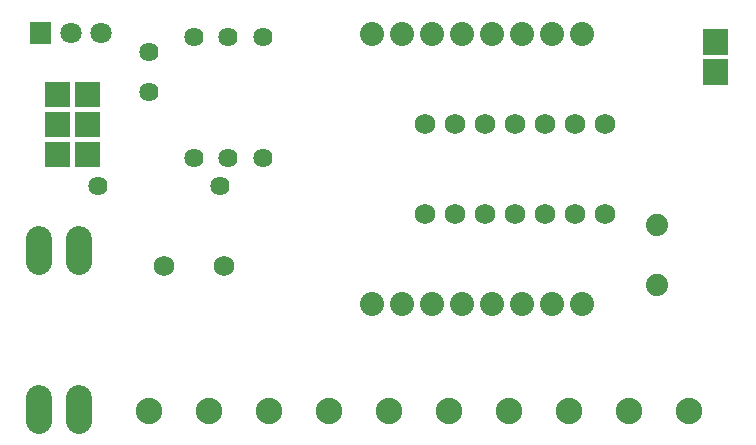
<source format=gbs>
G04 Layer: BottomSolderMaskLayer*
G04 EasyEDA v6.5.9, 2022-07-22 15:44:18*
G04 5ff184f8cbf64bab9cd3d91aa24c5a25,4245c91a3b6e4cf7aa995480f5c7e4a3,10*
G04 Gerber Generator version 0.2*
G04 Scale: 100 percent, Rotated: No, Reflected: No *
G04 Dimensions in millimeters *
G04 leading zeros omitted , absolute positions ,4 integer and 5 decimal *
%FSLAX45Y45*%
%MOMM*%

%ADD10C,2.2032*%
%ADD11C,1.6256*%
%ADD12C,2.0320*%
%ADD13C,1.8016*%
%ADD14C,1.7272*%
%ADD15C,2.2352*%
%ADD16C,1.8796*%

%LPD*%
D10*
X210794Y11418900D02*
G01*
X210794Y11618899D01*
X551179Y11418900D02*
G01*
X551179Y11618899D01*
X210794Y12765100D02*
G01*
X210794Y12965099D01*
X551179Y12765100D02*
G01*
X551179Y12965099D01*
X210794Y11418900D02*
G01*
X210794Y11618899D01*
X551179Y11418900D02*
G01*
X551179Y11618899D01*
X210794Y12765100D02*
G01*
X210794Y12965099D01*
X551179Y12765100D02*
G01*
X551179Y12965099D01*
D11*
G01*
X1524000Y14675510D03*
G01*
X1524000Y13645489D03*
G01*
X1816100Y14675510D03*
G01*
X1816100Y13645489D03*
G01*
X2108200Y14675510D03*
G01*
X2108200Y13645489D03*
D12*
G01*
X3035300Y12412979D03*
G01*
X4813300Y14698979D03*
G01*
X4559300Y14698979D03*
G01*
X4305300Y14698979D03*
G01*
X4051300Y14698979D03*
G01*
X3797300Y14698979D03*
G01*
X3543300Y14698979D03*
G01*
X3289300Y14698979D03*
G01*
X3035300Y14698979D03*
G01*
X4813300Y12412979D03*
G01*
X4559300Y12412979D03*
G01*
X4305300Y12412979D03*
G01*
X4051300Y12412979D03*
G01*
X3797300Y12412979D03*
G01*
X3543300Y12412979D03*
G01*
X3289300Y12412979D03*
G36*
X138429Y14616429D02*
G01*
X138429Y14796770D01*
X318770Y14796770D01*
X318770Y14616429D01*
G37*
D13*
G01*
X482600Y14706600D03*
G01*
X736600Y14706600D03*
D14*
G01*
X1270380Y12738100D03*
G01*
X1778380Y12738100D03*
G36*
X5836920Y14269720D02*
G01*
X5836920Y14483079D01*
X6050279Y14483079D01*
X6050279Y14269720D01*
G37*
G36*
X5836920Y14523720D02*
G01*
X5836920Y14737079D01*
X6050279Y14737079D01*
X6050279Y14523720D01*
G37*
D15*
G01*
X4191000Y11506200D03*
G01*
X4699000Y11506200D03*
G01*
X5207000Y11506200D03*
G01*
X5715000Y11506200D03*
G01*
X3175000Y11506200D03*
G01*
X3683000Y11506200D03*
G01*
X2159000Y11506200D03*
G01*
X2667000Y11506200D03*
G01*
X1143000Y11506200D03*
G01*
X1651000Y11506200D03*
D16*
G01*
X5448300Y12570460D03*
G01*
X5448300Y13078460D03*
G36*
X520954Y13571981D02*
G01*
X520954Y13780262D01*
X729234Y13780262D01*
X729234Y13571981D01*
G37*
G36*
X266954Y13571981D02*
G01*
X266954Y13780262D01*
X475234Y13780262D01*
X475234Y13571981D01*
G37*
G36*
X520954Y13825981D02*
G01*
X520954Y14034262D01*
X729234Y14034262D01*
X729234Y13825981D01*
G37*
G36*
X266954Y13825981D02*
G01*
X266954Y14034262D01*
X475234Y14034262D01*
X475234Y13825981D01*
G37*
G36*
X520954Y14079981D02*
G01*
X520954Y14288262D01*
X729234Y14288262D01*
X729234Y14079981D01*
G37*
G36*
X266954Y14079981D02*
G01*
X266954Y14288262D01*
X475234Y14288262D01*
X475234Y14079981D01*
G37*
D14*
G01*
X5002809Y13936979D03*
G01*
X4240809Y13936979D03*
G01*
X4494809Y13936979D03*
G01*
X4748809Y13936979D03*
G01*
X4240809Y13174979D03*
G01*
X5002809Y13174979D03*
G01*
X4748809Y13174979D03*
G01*
X4494809Y13174979D03*
G01*
X3986809Y13936979D03*
G01*
X3732809Y13936979D03*
G01*
X3478809Y13936979D03*
G01*
X3478809Y13174979D03*
G01*
X3986809Y13174979D03*
G01*
X3732809Y13174979D03*
D11*
G01*
X1746910Y13411200D03*
G01*
X716889Y13411200D03*
G01*
X1143000Y14206397D03*
G01*
X1143000Y14546402D03*
M02*

</source>
